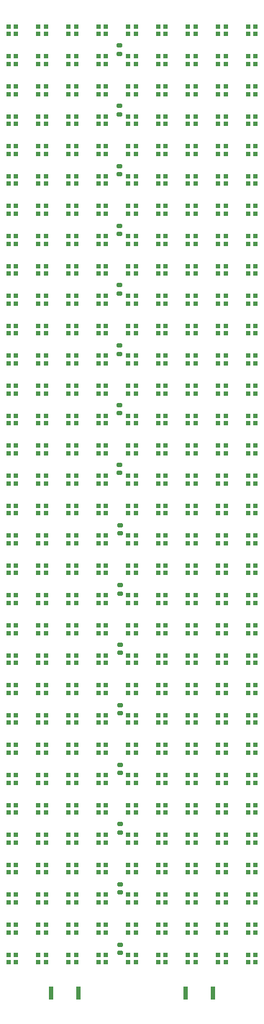
<source format=gbr>
G04 #@! TF.GenerationSoftware,KiCad,Pcbnew,7.0.7*
G04 #@! TF.CreationDate,2023-08-29T23:24:06-04:00*
G04 #@! TF.ProjectId,MicrocontrollerInputModule,4d696372-6f63-46f6-9e74-726f6c6c6572,V2*
G04 #@! TF.SameCoordinates,Original*
G04 #@! TF.FileFunction,Paste,Top*
G04 #@! TF.FilePolarity,Positive*
%FSLAX46Y46*%
G04 Gerber Fmt 4.6, Leading zero omitted, Abs format (unit mm)*
G04 Created by KiCad (PCBNEW 7.0.7) date 2023-08-29 23:24:06*
%MOMM*%
%LPD*%
G01*
G04 APERTURE LIST*
G04 Aperture macros list*
%AMRoundRect*
0 Rectangle with rounded corners*
0 $1 Rounding radius*
0 $2 $3 $4 $5 $6 $7 $8 $9 X,Y pos of 4 corners*
0 Add a 4 corners polygon primitive as box body*
4,1,4,$2,$3,$4,$5,$6,$7,$8,$9,$2,$3,0*
0 Add four circle primitives for the rounded corners*
1,1,$1+$1,$2,$3*
1,1,$1+$1,$4,$5*
1,1,$1+$1,$6,$7*
1,1,$1+$1,$8,$9*
0 Add four rect primitives between the rounded corners*
20,1,$1+$1,$2,$3,$4,$5,0*
20,1,$1+$1,$4,$5,$6,$7,0*
20,1,$1+$1,$6,$7,$8,$9,0*
20,1,$1+$1,$8,$9,$2,$3,0*%
G04 Aperture macros list end*
%ADD10R,0.500000X0.500000*%
%ADD11RoundRect,0.140000X-0.170000X0.140000X-0.170000X-0.140000X0.170000X-0.140000X0.170000X0.140000X0*%
%ADD12R,0.550000X1.500000*%
G04 APERTURE END LIST*
D10*
X77934000Y-153687500D03*
X77934000Y-152787500D03*
X77034000Y-152787500D03*
X77034000Y-153687500D03*
X67365000Y-132549500D03*
X67365000Y-131649500D03*
X66465000Y-131649500D03*
X66465000Y-132549500D03*
X81457000Y-90273500D03*
X81457000Y-89373500D03*
X80557000Y-89373500D03*
X80557000Y-90273500D03*
X74411000Y-69135500D03*
X74411000Y-68235500D03*
X73511000Y-68235500D03*
X73511000Y-69135500D03*
X60319000Y-153687500D03*
X60319000Y-152787500D03*
X59419000Y-152787500D03*
X59419000Y-153687500D03*
X53273000Y-136072500D03*
X53273000Y-135172500D03*
X52373000Y-135172500D03*
X52373000Y-136072500D03*
X70888000Y-104365500D03*
X70888000Y-103465500D03*
X69988000Y-103465500D03*
X69988000Y-104365500D03*
X63842000Y-97319500D03*
X63842000Y-96419500D03*
X62942000Y-96419500D03*
X62942000Y-97319500D03*
X67365000Y-107888500D03*
X67365000Y-106988500D03*
X66465000Y-106988500D03*
X66465000Y-107888500D03*
X81457000Y-93796500D03*
X81457000Y-92896500D03*
X80557000Y-92896500D03*
X80557000Y-93796500D03*
X67365000Y-111411500D03*
X67365000Y-110511500D03*
X66465000Y-110511500D03*
X66465000Y-111411500D03*
X60319000Y-76181500D03*
X60319000Y-75281500D03*
X59419000Y-75281500D03*
X59419000Y-76181500D03*
X81457000Y-121980500D03*
X81457000Y-121080500D03*
X80557000Y-121080500D03*
X80557000Y-121980500D03*
X60319000Y-114934500D03*
X60319000Y-114034500D03*
X59419000Y-114034500D03*
X59419000Y-114934500D03*
X56796000Y-114934500D03*
X56796000Y-114034500D03*
X55896000Y-114034500D03*
X55896000Y-114934500D03*
D11*
X65400000Y-77600000D03*
X65400000Y-78560000D03*
X65400000Y-56400000D03*
X65400000Y-57360000D03*
D10*
X70888000Y-146641500D03*
X70888000Y-145741500D03*
X69988000Y-145741500D03*
X69988000Y-146641500D03*
X67365000Y-100842500D03*
X67365000Y-99942500D03*
X66465000Y-99942500D03*
X66465000Y-100842500D03*
X77934000Y-160733500D03*
X77934000Y-159833500D03*
X77034000Y-159833500D03*
X77034000Y-160733500D03*
X81457000Y-143118500D03*
X81457000Y-142218500D03*
X80557000Y-142218500D03*
X80557000Y-143118500D03*
X53273000Y-164256500D03*
X53273000Y-163356500D03*
X52373000Y-163356500D03*
X52373000Y-164256500D03*
X56796000Y-76181500D03*
X56796000Y-75281500D03*
X55896000Y-75281500D03*
X55896000Y-76181500D03*
X67365000Y-143118500D03*
X67365000Y-142218500D03*
X66465000Y-142218500D03*
X66465000Y-143118500D03*
X77934000Y-136072500D03*
X77934000Y-135172500D03*
X77034000Y-135172500D03*
X77034000Y-136072500D03*
X67365000Y-146641500D03*
X67365000Y-145741500D03*
X66465000Y-145741500D03*
X66465000Y-146641500D03*
X70888000Y-107888500D03*
X70888000Y-106988500D03*
X69988000Y-106988500D03*
X69988000Y-107888500D03*
X60319000Y-97319500D03*
X60319000Y-96419500D03*
X59419000Y-96419500D03*
X59419000Y-97319500D03*
X81457000Y-164256500D03*
X81457000Y-163356500D03*
X80557000Y-163356500D03*
X80557000Y-164256500D03*
X70888000Y-69135500D03*
X70888000Y-68235500D03*
X69988000Y-68235500D03*
X69988000Y-69135500D03*
X56796000Y-111411500D03*
X56796000Y-110511500D03*
X55896000Y-110511500D03*
X55896000Y-111411500D03*
X63842000Y-139595500D03*
X63842000Y-138695500D03*
X62942000Y-138695500D03*
X62942000Y-139595500D03*
X77934000Y-65612500D03*
X77934000Y-64712500D03*
X77034000Y-64712500D03*
X77034000Y-65612500D03*
X70888000Y-132549500D03*
X70888000Y-131649500D03*
X69988000Y-131649500D03*
X69988000Y-132549500D03*
X56796000Y-93796500D03*
X56796000Y-92896500D03*
X55896000Y-92896500D03*
X55896000Y-93796500D03*
X74411000Y-86750500D03*
X74411000Y-85850500D03*
X73511000Y-85850500D03*
X73511000Y-86750500D03*
X63842000Y-164256500D03*
X63842000Y-163356500D03*
X62942000Y-163356500D03*
X62942000Y-164256500D03*
X60319000Y-100842500D03*
X60319000Y-99942500D03*
X59419000Y-99942500D03*
X59419000Y-100842500D03*
X63842000Y-160733500D03*
X63842000Y-159833500D03*
X62942000Y-159833500D03*
X62942000Y-160733500D03*
X60319000Y-164256500D03*
X60319000Y-163356500D03*
X59419000Y-163356500D03*
X59419000Y-164256500D03*
X53273000Y-86750500D03*
X53273000Y-85850500D03*
X52373000Y-85850500D03*
X52373000Y-86750500D03*
X74411000Y-150164500D03*
X74411000Y-149264500D03*
X73511000Y-149264500D03*
X73511000Y-150164500D03*
X74411000Y-114934500D03*
X74411000Y-114034500D03*
X73511000Y-114034500D03*
X73511000Y-114934500D03*
X56796000Y-65612500D03*
X56796000Y-64712500D03*
X55896000Y-64712500D03*
X55896000Y-65612500D03*
X70888000Y-153687500D03*
X70888000Y-152787500D03*
X69988000Y-152787500D03*
X69988000Y-153687500D03*
X81457000Y-79704500D03*
X81457000Y-78804500D03*
X80557000Y-78804500D03*
X80557000Y-79704500D03*
X67365000Y-139595500D03*
X67365000Y-138695500D03*
X66465000Y-138695500D03*
X66465000Y-139595500D03*
X56796000Y-107888500D03*
X56796000Y-106988500D03*
X55896000Y-106988500D03*
X55896000Y-107888500D03*
X63842000Y-114934500D03*
X63842000Y-114034500D03*
X62942000Y-114034500D03*
X62942000Y-114934500D03*
X56796000Y-100842500D03*
X56796000Y-99942500D03*
X55896000Y-99942500D03*
X55896000Y-100842500D03*
X60319000Y-55043500D03*
X60319000Y-54143500D03*
X59419000Y-54143500D03*
X59419000Y-55043500D03*
X77934000Y-139595500D03*
X77934000Y-138695500D03*
X77034000Y-138695500D03*
X77034000Y-139595500D03*
X60319000Y-93796500D03*
X60319000Y-92896500D03*
X59419000Y-92896500D03*
X59419000Y-93796500D03*
X53273000Y-107888500D03*
X53273000Y-106988500D03*
X52373000Y-106988500D03*
X52373000Y-107888500D03*
X56796000Y-136072500D03*
X56796000Y-135172500D03*
X55896000Y-135172500D03*
X55896000Y-136072500D03*
X67365000Y-83227500D03*
X67365000Y-82327500D03*
X66465000Y-82327500D03*
X66465000Y-83227500D03*
X70888000Y-121980500D03*
X70888000Y-121080500D03*
X69988000Y-121080500D03*
X69988000Y-121980500D03*
X67365000Y-150164500D03*
X67365000Y-149264500D03*
X66465000Y-149264500D03*
X66465000Y-150164500D03*
X60319000Y-104365500D03*
X60319000Y-103465500D03*
X59419000Y-103465500D03*
X59419000Y-104365500D03*
X81457000Y-97319500D03*
X81457000Y-96419500D03*
X80557000Y-96419500D03*
X80557000Y-97319500D03*
X67365000Y-55043500D03*
X67365000Y-54143500D03*
X66465000Y-54143500D03*
X66465000Y-55043500D03*
X53273000Y-129026500D03*
X53273000Y-128126500D03*
X52373000Y-128126500D03*
X52373000Y-129026500D03*
X81457000Y-86750500D03*
X81457000Y-85850500D03*
X80557000Y-85850500D03*
X80557000Y-86750500D03*
X53273000Y-146641500D03*
X53273000Y-145741500D03*
X52373000Y-145741500D03*
X52373000Y-146641500D03*
X81457000Y-111411500D03*
X81457000Y-110511500D03*
X80557000Y-110511500D03*
X80557000Y-111411500D03*
X56796000Y-104365500D03*
X56796000Y-103465500D03*
X55896000Y-103465500D03*
X55896000Y-104365500D03*
X63842000Y-107888500D03*
X63842000Y-106988500D03*
X62942000Y-106988500D03*
X62942000Y-107888500D03*
X74411000Y-125503500D03*
X74411000Y-124603500D03*
X73511000Y-124603500D03*
X73511000Y-125503500D03*
X77934000Y-164256500D03*
X77934000Y-163356500D03*
X77034000Y-163356500D03*
X77034000Y-164256500D03*
X53273000Y-93796500D03*
X53273000Y-92896500D03*
X52373000Y-92896500D03*
X52373000Y-93796500D03*
X60319000Y-132549500D03*
X60319000Y-131649500D03*
X59419000Y-131649500D03*
X59419000Y-132549500D03*
X67365000Y-90273500D03*
X67365000Y-89373500D03*
X66465000Y-89373500D03*
X66465000Y-90273500D03*
X70888000Y-157210500D03*
X70888000Y-156310500D03*
X69988000Y-156310500D03*
X69988000Y-157210500D03*
X53273000Y-121980500D03*
X53273000Y-121080500D03*
X52373000Y-121080500D03*
X52373000Y-121980500D03*
X67365000Y-62089500D03*
X67365000Y-61189500D03*
X66465000Y-61189500D03*
X66465000Y-62089500D03*
X81457000Y-83227500D03*
X81457000Y-82327500D03*
X80557000Y-82327500D03*
X80557000Y-83227500D03*
X56796000Y-90273500D03*
X56796000Y-89373500D03*
X55896000Y-89373500D03*
X55896000Y-90273500D03*
X70888000Y-143118500D03*
X70888000Y-142218500D03*
X69988000Y-142218500D03*
X69988000Y-143118500D03*
X67365000Y-72658500D03*
X67365000Y-71758500D03*
X66465000Y-71758500D03*
X66465000Y-72658500D03*
X74411000Y-79704500D03*
X74411000Y-78804500D03*
X73511000Y-78804500D03*
X73511000Y-79704500D03*
X67365000Y-65612500D03*
X67365000Y-64712500D03*
X66465000Y-64712500D03*
X66465000Y-65612500D03*
X63842000Y-93796500D03*
X63842000Y-92896500D03*
X62942000Y-92896500D03*
X62942000Y-93796500D03*
X63842000Y-125503500D03*
X63842000Y-124603500D03*
X62942000Y-124603500D03*
X62942000Y-125503500D03*
X53273000Y-58566500D03*
X53273000Y-57666500D03*
X52373000Y-57666500D03*
X52373000Y-58566500D03*
X56796000Y-86750500D03*
X56796000Y-85850500D03*
X55896000Y-85850500D03*
X55896000Y-86750500D03*
X56796000Y-129026500D03*
X56796000Y-128126500D03*
X55896000Y-128126500D03*
X55896000Y-129026500D03*
X77934000Y-143118500D03*
X77934000Y-142218500D03*
X77034000Y-142218500D03*
X77034000Y-143118500D03*
X63842000Y-86750500D03*
X63842000Y-85850500D03*
X62942000Y-85850500D03*
X62942000Y-86750500D03*
X60319000Y-157210500D03*
X60319000Y-156310500D03*
X59419000Y-156310500D03*
X59419000Y-157210500D03*
X81457000Y-132549500D03*
X81457000Y-131649500D03*
X80557000Y-131649500D03*
X80557000Y-132549500D03*
X81457000Y-72658500D03*
X81457000Y-71758500D03*
X80557000Y-71758500D03*
X80557000Y-72658500D03*
X63842000Y-111411500D03*
X63842000Y-110511500D03*
X62942000Y-110511500D03*
X62942000Y-111411500D03*
X60319000Y-107888500D03*
X60319000Y-106988500D03*
X59419000Y-106988500D03*
X59419000Y-107888500D03*
X63842000Y-143118500D03*
X63842000Y-142218500D03*
X62942000Y-142218500D03*
X62942000Y-143118500D03*
X70888000Y-118457500D03*
X70888000Y-117557500D03*
X69988000Y-117557500D03*
X69988000Y-118457500D03*
X70888000Y-90273500D03*
X70888000Y-89373500D03*
X69988000Y-89373500D03*
X69988000Y-90273500D03*
X56796000Y-143118500D03*
X56796000Y-142218500D03*
X55896000Y-142218500D03*
X55896000Y-143118500D03*
X70888000Y-150164500D03*
X70888000Y-149264500D03*
X69988000Y-149264500D03*
X69988000Y-150164500D03*
D11*
X65400000Y-84600000D03*
X65400000Y-85560000D03*
D10*
X53273000Y-160733500D03*
X53273000Y-159833500D03*
X52373000Y-159833500D03*
X52373000Y-160733500D03*
X67365000Y-86750500D03*
X67365000Y-85850500D03*
X66465000Y-85850500D03*
X66465000Y-86750500D03*
X74411000Y-121980500D03*
X74411000Y-121080500D03*
X73511000Y-121080500D03*
X73511000Y-121980500D03*
X60319000Y-139595500D03*
X60319000Y-138695500D03*
X59419000Y-138695500D03*
X59419000Y-139595500D03*
X67365000Y-69135500D03*
X67365000Y-68235500D03*
X66465000Y-68235500D03*
X66465000Y-69135500D03*
X56796000Y-146641500D03*
X56796000Y-145741500D03*
X55896000Y-145741500D03*
X55896000Y-146641500D03*
X63842000Y-58566500D03*
X63842000Y-57666500D03*
X62942000Y-57666500D03*
X62942000Y-58566500D03*
X67365000Y-118457500D03*
X67365000Y-117557500D03*
X66465000Y-117557500D03*
X66465000Y-118457500D03*
X56796000Y-139595500D03*
X56796000Y-138695500D03*
X55896000Y-138695500D03*
X55896000Y-139595500D03*
X74411000Y-118457500D03*
X74411000Y-117557500D03*
X73511000Y-117557500D03*
X73511000Y-118457500D03*
X60319000Y-150164500D03*
X60319000Y-149264500D03*
X59419000Y-149264500D03*
X59419000Y-150164500D03*
X81457000Y-118457500D03*
X81457000Y-117557500D03*
X80557000Y-117557500D03*
X80557000Y-118457500D03*
X70888000Y-55043500D03*
X70888000Y-54143500D03*
X69988000Y-54143500D03*
X69988000Y-55043500D03*
X70888000Y-160733500D03*
X70888000Y-159833500D03*
X69988000Y-159833500D03*
X69988000Y-160733500D03*
X67365000Y-125503500D03*
X67365000Y-124603500D03*
X66465000Y-124603500D03*
X66465000Y-125503500D03*
X56796000Y-118457500D03*
X56796000Y-117557500D03*
X55896000Y-117557500D03*
X55896000Y-118457500D03*
X81457000Y-157210500D03*
X81457000Y-156310500D03*
X80557000Y-156310500D03*
X80557000Y-157210500D03*
X74411000Y-111411500D03*
X74411000Y-110511500D03*
X73511000Y-110511500D03*
X73511000Y-111411500D03*
X70888000Y-164256500D03*
X70888000Y-163356500D03*
X69988000Y-163356500D03*
X69988000Y-164256500D03*
X74411000Y-139595500D03*
X74411000Y-138695500D03*
X73511000Y-138695500D03*
X73511000Y-139595500D03*
X53273000Y-157210500D03*
X53273000Y-156310500D03*
X52373000Y-156310500D03*
X52373000Y-157210500D03*
X70888000Y-65612500D03*
X70888000Y-64712500D03*
X69988000Y-64712500D03*
X69988000Y-65612500D03*
X53273000Y-72658500D03*
X53273000Y-71758500D03*
X52373000Y-71758500D03*
X52373000Y-72658500D03*
X74411000Y-58566500D03*
X74411000Y-57666500D03*
X73511000Y-57666500D03*
X73511000Y-58566500D03*
X60319000Y-118457500D03*
X60319000Y-117557500D03*
X59419000Y-117557500D03*
X59419000Y-118457500D03*
X77934000Y-129026500D03*
X77934000Y-128126500D03*
X77034000Y-128126500D03*
X77034000Y-129026500D03*
X70888000Y-114934500D03*
X70888000Y-114034500D03*
X69988000Y-114034500D03*
X69988000Y-114934500D03*
X70888000Y-62089500D03*
X70888000Y-61189500D03*
X69988000Y-61189500D03*
X69988000Y-62089500D03*
X74411000Y-107888500D03*
X74411000Y-106988500D03*
X73511000Y-106988500D03*
X73511000Y-107888500D03*
X56796000Y-79704500D03*
X56796000Y-78804500D03*
X55896000Y-78804500D03*
X55896000Y-79704500D03*
X77934000Y-132549500D03*
X77934000Y-131649500D03*
X77034000Y-131649500D03*
X77034000Y-132549500D03*
X81457000Y-139595500D03*
X81457000Y-138695500D03*
X80557000Y-138695500D03*
X80557000Y-139595500D03*
X70888000Y-97319500D03*
X70888000Y-96419500D03*
X69988000Y-96419500D03*
X69988000Y-97319500D03*
X77934000Y-72658500D03*
X77934000Y-71758500D03*
X77034000Y-71758500D03*
X77034000Y-72658500D03*
X60319000Y-79704500D03*
X60319000Y-78804500D03*
X59419000Y-78804500D03*
X59419000Y-79704500D03*
X56796000Y-160733500D03*
X56796000Y-159833500D03*
X55896000Y-159833500D03*
X55896000Y-160733500D03*
D12*
X73195000Y-167894000D03*
X76445000Y-167894000D03*
D10*
X60319000Y-65612500D03*
X60319000Y-64712500D03*
X59419000Y-64712500D03*
X59419000Y-65612500D03*
X60319000Y-121980500D03*
X60319000Y-121080500D03*
X59419000Y-121080500D03*
X59419000Y-121980500D03*
X74411000Y-104365500D03*
X74411000Y-103465500D03*
X73511000Y-103465500D03*
X73511000Y-104365500D03*
X60319000Y-90273500D03*
X60319000Y-89373500D03*
X59419000Y-89373500D03*
X59419000Y-90273500D03*
X77934000Y-104365500D03*
X77934000Y-103465500D03*
X77034000Y-103465500D03*
X77034000Y-104365500D03*
X74411000Y-143118500D03*
X74411000Y-142218500D03*
X73511000Y-142218500D03*
X73511000Y-143118500D03*
X63842000Y-62089500D03*
X63842000Y-61189500D03*
X62942000Y-61189500D03*
X62942000Y-62089500D03*
X67365000Y-157210500D03*
X67365000Y-156310500D03*
X66465000Y-156310500D03*
X66465000Y-157210500D03*
X70888000Y-93796500D03*
X70888000Y-92896500D03*
X69988000Y-92896500D03*
X69988000Y-93796500D03*
X74411000Y-100842500D03*
X74411000Y-99942500D03*
X73511000Y-99942500D03*
X73511000Y-100842500D03*
X63842000Y-104365500D03*
X63842000Y-103465500D03*
X62942000Y-103465500D03*
X62942000Y-104365500D03*
X60319000Y-136072500D03*
X60319000Y-135172500D03*
X59419000Y-135172500D03*
X59419000Y-136072500D03*
X77934000Y-58566500D03*
X77934000Y-57666500D03*
X77034000Y-57666500D03*
X77034000Y-58566500D03*
X77934000Y-97319500D03*
X77934000Y-96419500D03*
X77034000Y-96419500D03*
X77034000Y-97319500D03*
X77934000Y-157210500D03*
X77934000Y-156310500D03*
X77034000Y-156310500D03*
X77034000Y-157210500D03*
X63842000Y-129026500D03*
X63842000Y-128126500D03*
X62942000Y-128126500D03*
X62942000Y-129026500D03*
X67365000Y-153687500D03*
X67365000Y-152787500D03*
X66465000Y-152787500D03*
X66465000Y-153687500D03*
X56796000Y-58566500D03*
X56796000Y-57666500D03*
X55896000Y-57666500D03*
X55896000Y-58566500D03*
X53273000Y-76181500D03*
X53273000Y-75281500D03*
X52373000Y-75281500D03*
X52373000Y-76181500D03*
X81457000Y-125503500D03*
X81457000Y-124603500D03*
X80557000Y-124603500D03*
X80557000Y-125503500D03*
X74411000Y-83227500D03*
X74411000Y-82327500D03*
X73511000Y-82327500D03*
X73511000Y-83227500D03*
X53273000Y-55043500D03*
X53273000Y-54143500D03*
X52373000Y-54143500D03*
X52373000Y-55043500D03*
X60319000Y-69135500D03*
X60319000Y-68235500D03*
X59419000Y-68235500D03*
X59419000Y-69135500D03*
X81457000Y-69135500D03*
X81457000Y-68235500D03*
X80557000Y-68235500D03*
X80557000Y-69135500D03*
X63842000Y-153687500D03*
X63842000Y-152787500D03*
X62942000Y-152787500D03*
X62942000Y-153687500D03*
X77934000Y-86750500D03*
X77934000Y-85850500D03*
X77034000Y-85850500D03*
X77034000Y-86750500D03*
X60319000Y-146641500D03*
X60319000Y-145741500D03*
X59419000Y-145741500D03*
X59419000Y-146641500D03*
X67365000Y-79704500D03*
X67365000Y-78804500D03*
X66465000Y-78804500D03*
X66465000Y-79704500D03*
X60319000Y-86750500D03*
X60319000Y-85850500D03*
X59419000Y-85850500D03*
X59419000Y-86750500D03*
X81457000Y-65612500D03*
X81457000Y-64712500D03*
X80557000Y-64712500D03*
X80557000Y-65612500D03*
X81457000Y-76181500D03*
X81457000Y-75281500D03*
X80557000Y-75281500D03*
X80557000Y-76181500D03*
X70888000Y-136072500D03*
X70888000Y-135172500D03*
X69988000Y-135172500D03*
X69988000Y-136072500D03*
X67365000Y-97319500D03*
X67365000Y-96419500D03*
X66465000Y-96419500D03*
X66465000Y-97319500D03*
X81457000Y-114934500D03*
X81457000Y-114034500D03*
X80557000Y-114034500D03*
X80557000Y-114934500D03*
X63842000Y-121980500D03*
X63842000Y-121080500D03*
X62942000Y-121080500D03*
X62942000Y-121980500D03*
X63842000Y-146641500D03*
X63842000Y-145741500D03*
X62942000Y-145741500D03*
X62942000Y-146641500D03*
X74411000Y-132549500D03*
X74411000Y-131649500D03*
X73511000Y-131649500D03*
X73511000Y-132549500D03*
X70888000Y-79704500D03*
X70888000Y-78804500D03*
X69988000Y-78804500D03*
X69988000Y-79704500D03*
X74411000Y-65612500D03*
X74411000Y-64712500D03*
X73511000Y-64712500D03*
X73511000Y-65612500D03*
X53273000Y-125503500D03*
X53273000Y-124603500D03*
X52373000Y-124603500D03*
X52373000Y-125503500D03*
D11*
X65500000Y-126900000D03*
X65500000Y-127860000D03*
D10*
X53273000Y-111411500D03*
X53273000Y-110511500D03*
X52373000Y-110511500D03*
X52373000Y-111411500D03*
X53273000Y-90273500D03*
X53273000Y-89373500D03*
X52373000Y-89373500D03*
X52373000Y-90273500D03*
X74411000Y-136072500D03*
X74411000Y-135172500D03*
X73511000Y-135172500D03*
X73511000Y-136072500D03*
X74411000Y-146641500D03*
X74411000Y-145741500D03*
X73511000Y-145741500D03*
X73511000Y-146641500D03*
X81457000Y-160733500D03*
X81457000Y-159833500D03*
X80557000Y-159833500D03*
X80557000Y-160733500D03*
X77934000Y-150164500D03*
X77934000Y-149264500D03*
X77034000Y-149264500D03*
X77034000Y-150164500D03*
D11*
X65500000Y-155100000D03*
X65500000Y-156060000D03*
D10*
X77934000Y-107888500D03*
X77934000Y-106988500D03*
X77034000Y-106988500D03*
X77034000Y-107888500D03*
D11*
X65500000Y-148000000D03*
X65500000Y-148960000D03*
D10*
X56796000Y-72658500D03*
X56796000Y-71758500D03*
X55896000Y-71758500D03*
X55896000Y-72658500D03*
X77934000Y-79704500D03*
X77934000Y-78804500D03*
X77034000Y-78804500D03*
X77034000Y-79704500D03*
X53273000Y-143118500D03*
X53273000Y-142218500D03*
X52373000Y-142218500D03*
X52373000Y-143118500D03*
X77934000Y-62089500D03*
X77934000Y-61189500D03*
X77034000Y-61189500D03*
X77034000Y-62089500D03*
X63842000Y-76181500D03*
X63842000Y-75281500D03*
X62942000Y-75281500D03*
X62942000Y-76181500D03*
X56796000Y-150164500D03*
X56796000Y-149264500D03*
X55896000Y-149264500D03*
X55896000Y-150164500D03*
X53273000Y-150164500D03*
X53273000Y-149264500D03*
X52373000Y-149264500D03*
X52373000Y-150164500D03*
D11*
X65400000Y-98700000D03*
X65400000Y-99660000D03*
D10*
X56796000Y-132549500D03*
X56796000Y-131649500D03*
X55896000Y-131649500D03*
X55896000Y-132549500D03*
X74411000Y-97319500D03*
X74411000Y-96419500D03*
X73511000Y-96419500D03*
X73511000Y-97319500D03*
X74411000Y-62089500D03*
X74411000Y-61189500D03*
X73511000Y-61189500D03*
X73511000Y-62089500D03*
X63842000Y-69135500D03*
X63842000Y-68235500D03*
X62942000Y-68235500D03*
X62942000Y-69135500D03*
X67365000Y-136072500D03*
X67365000Y-135172500D03*
X66465000Y-135172500D03*
X66465000Y-136072500D03*
X63842000Y-55043500D03*
X63842000Y-54143500D03*
X62942000Y-54143500D03*
X62942000Y-55043500D03*
D11*
X65400000Y-91700000D03*
X65400000Y-92660000D03*
D10*
X70888000Y-129026500D03*
X70888000Y-128126500D03*
X69988000Y-128126500D03*
X69988000Y-129026500D03*
X77934000Y-93796500D03*
X77934000Y-92896500D03*
X77034000Y-92896500D03*
X77034000Y-93796500D03*
X60319000Y-83227500D03*
X60319000Y-82327500D03*
X59419000Y-82327500D03*
X59419000Y-83227500D03*
X60319000Y-111411500D03*
X60319000Y-110511500D03*
X59419000Y-110511500D03*
X59419000Y-111411500D03*
X60319000Y-129026500D03*
X60319000Y-128126500D03*
X59419000Y-128126500D03*
X59419000Y-129026500D03*
X67365000Y-160733500D03*
X67365000Y-159833500D03*
X66465000Y-159833500D03*
X66465000Y-160733500D03*
X77934000Y-125503500D03*
X77934000Y-124603500D03*
X77034000Y-124603500D03*
X77034000Y-125503500D03*
X67365000Y-58566500D03*
X67365000Y-57666500D03*
X66465000Y-57666500D03*
X66465000Y-58566500D03*
X53273000Y-97319500D03*
X53273000Y-96419500D03*
X52373000Y-96419500D03*
X52373000Y-97319500D03*
X74411000Y-153687500D03*
X74411000Y-152787500D03*
X73511000Y-152787500D03*
X73511000Y-153687500D03*
X70888000Y-76181500D03*
X70888000Y-75281500D03*
X69988000Y-75281500D03*
X69988000Y-76181500D03*
X63842000Y-90273500D03*
X63842000Y-89373500D03*
X62942000Y-89373500D03*
X62942000Y-90273500D03*
X53273000Y-104365500D03*
X53273000Y-103465500D03*
X52373000Y-103465500D03*
X52373000Y-104365500D03*
X74411000Y-90273500D03*
X74411000Y-89373500D03*
X73511000Y-89373500D03*
X73511000Y-90273500D03*
X63842000Y-118457500D03*
X63842000Y-117557500D03*
X62942000Y-117557500D03*
X62942000Y-118457500D03*
X56796000Y-153687500D03*
X56796000Y-152787500D03*
X55896000Y-152787500D03*
X55896000Y-153687500D03*
D11*
X65500000Y-134000000D03*
X65500000Y-134960000D03*
D10*
X63842000Y-100842500D03*
X63842000Y-99942500D03*
X62942000Y-99942500D03*
X62942000Y-100842500D03*
X74411000Y-76181500D03*
X74411000Y-75281500D03*
X73511000Y-75281500D03*
X73511000Y-76181500D03*
X81457000Y-104365500D03*
X81457000Y-103465500D03*
X80557000Y-103465500D03*
X80557000Y-104365500D03*
X53273000Y-65612500D03*
X53273000Y-64712500D03*
X52373000Y-64712500D03*
X52373000Y-65612500D03*
X77934000Y-111411500D03*
X77934000Y-110511500D03*
X77034000Y-110511500D03*
X77034000Y-111411500D03*
X56796000Y-62089500D03*
X56796000Y-61189500D03*
X55896000Y-61189500D03*
X55896000Y-62089500D03*
X77934000Y-69135500D03*
X77934000Y-68235500D03*
X77034000Y-68235500D03*
X77034000Y-69135500D03*
X67365000Y-164256500D03*
X67365000Y-163356500D03*
X66465000Y-163356500D03*
X66465000Y-164256500D03*
X81457000Y-107888500D03*
X81457000Y-106988500D03*
X80557000Y-106988500D03*
X80557000Y-107888500D03*
X60319000Y-160733500D03*
X60319000Y-159833500D03*
X59419000Y-159833500D03*
X59419000Y-160733500D03*
X81457000Y-62089500D03*
X81457000Y-61189500D03*
X80557000Y-61189500D03*
X80557000Y-62089500D03*
X53273000Y-79704500D03*
X53273000Y-78804500D03*
X52373000Y-78804500D03*
X52373000Y-79704500D03*
X56796000Y-164256500D03*
X56796000Y-163356500D03*
X55896000Y-163356500D03*
X55896000Y-164256500D03*
X77934000Y-121980500D03*
X77934000Y-121080500D03*
X77034000Y-121080500D03*
X77034000Y-121980500D03*
X70888000Y-100842500D03*
X70888000Y-99942500D03*
X69988000Y-99942500D03*
X69988000Y-100842500D03*
X77934000Y-76181500D03*
X77934000Y-75281500D03*
X77034000Y-75281500D03*
X77034000Y-76181500D03*
X77934000Y-114934500D03*
X77934000Y-114034500D03*
X77034000Y-114034500D03*
X77034000Y-114934500D03*
X53273000Y-132549500D03*
X53273000Y-131649500D03*
X52373000Y-131649500D03*
X52373000Y-132549500D03*
X63842000Y-136072500D03*
X63842000Y-135172500D03*
X62942000Y-135172500D03*
X62942000Y-136072500D03*
X67365000Y-104365500D03*
X67365000Y-103465500D03*
X66465000Y-103465500D03*
X66465000Y-104365500D03*
X81457000Y-100842500D03*
X81457000Y-99942500D03*
X80557000Y-99942500D03*
X80557000Y-100842500D03*
X67365000Y-114934500D03*
X67365000Y-114034500D03*
X66465000Y-114034500D03*
X66465000Y-114934500D03*
X63842000Y-150164500D03*
X63842000Y-149264500D03*
X62942000Y-149264500D03*
X62942000Y-150164500D03*
X53273000Y-153687500D03*
X53273000Y-152787500D03*
X52373000Y-152787500D03*
X52373000Y-153687500D03*
X56796000Y-157210500D03*
X56796000Y-156310500D03*
X55896000Y-156310500D03*
X55896000Y-157210500D03*
X63842000Y-132549500D03*
X63842000Y-131649500D03*
X62942000Y-131649500D03*
X62942000Y-132549500D03*
X77934000Y-90273500D03*
X77934000Y-89373500D03*
X77034000Y-89373500D03*
X77034000Y-90273500D03*
X53273000Y-118457500D03*
X53273000Y-117557500D03*
X52373000Y-117557500D03*
X52373000Y-118457500D03*
X81457000Y-55043500D03*
X81457000Y-54143500D03*
X80557000Y-54143500D03*
X80557000Y-55043500D03*
X77934000Y-118457500D03*
X77934000Y-117557500D03*
X77034000Y-117557500D03*
X77034000Y-118457500D03*
X70888000Y-125503500D03*
X70888000Y-124603500D03*
X69988000Y-124603500D03*
X69988000Y-125503500D03*
X77934000Y-55043500D03*
X77934000Y-54143500D03*
X77034000Y-54143500D03*
X77034000Y-55043500D03*
X63842000Y-65612500D03*
X63842000Y-64712500D03*
X62942000Y-64712500D03*
X62942000Y-65612500D03*
X63842000Y-83227500D03*
X63842000Y-82327500D03*
X62942000Y-82327500D03*
X62942000Y-83227500D03*
X70888000Y-83227500D03*
X70888000Y-82327500D03*
X69988000Y-82327500D03*
X69988000Y-83227500D03*
X81457000Y-58566500D03*
X81457000Y-57666500D03*
X80557000Y-57666500D03*
X80557000Y-58566500D03*
D12*
X60635000Y-167894000D03*
X57385000Y-167894000D03*
D10*
X77934000Y-83227500D03*
X77934000Y-82327500D03*
X77034000Y-82327500D03*
X77034000Y-83227500D03*
X63842000Y-79704500D03*
X63842000Y-78804500D03*
X62942000Y-78804500D03*
X62942000Y-79704500D03*
X74411000Y-129026500D03*
X74411000Y-128126500D03*
X73511000Y-128126500D03*
X73511000Y-129026500D03*
X60319000Y-72658500D03*
X60319000Y-71758500D03*
X59419000Y-71758500D03*
X59419000Y-72658500D03*
D11*
X65400000Y-63500000D03*
X65400000Y-64460000D03*
D10*
X67365000Y-121980500D03*
X67365000Y-121080500D03*
X66465000Y-121080500D03*
X66465000Y-121980500D03*
X74411000Y-93796500D03*
X74411000Y-92896500D03*
X73511000Y-92896500D03*
X73511000Y-93796500D03*
X81457000Y-150164500D03*
X81457000Y-149264500D03*
X80557000Y-149264500D03*
X80557000Y-150164500D03*
X70888000Y-139595500D03*
X70888000Y-138695500D03*
X69988000Y-138695500D03*
X69988000Y-139595500D03*
X56796000Y-121980500D03*
X56796000Y-121080500D03*
X55896000Y-121080500D03*
X55896000Y-121980500D03*
X67365000Y-129026500D03*
X67365000Y-128126500D03*
X66465000Y-128126500D03*
X66465000Y-129026500D03*
X56796000Y-83227500D03*
X56796000Y-82327500D03*
X55896000Y-82327500D03*
X55896000Y-83227500D03*
X63842000Y-72658500D03*
X63842000Y-71758500D03*
X62942000Y-71758500D03*
X62942000Y-72658500D03*
X77934000Y-100842500D03*
X77934000Y-99942500D03*
X77034000Y-99942500D03*
X77034000Y-100842500D03*
X70888000Y-72658500D03*
X70888000Y-71758500D03*
X69988000Y-71758500D03*
X69988000Y-72658500D03*
X53273000Y-114934500D03*
X53273000Y-114034500D03*
X52373000Y-114034500D03*
X52373000Y-114934500D03*
X53273000Y-62089500D03*
X53273000Y-61189500D03*
X52373000Y-61189500D03*
X52373000Y-62089500D03*
X63842000Y-157210500D03*
X63842000Y-156310500D03*
X62942000Y-156310500D03*
X62942000Y-157210500D03*
X53273000Y-83227500D03*
X53273000Y-82327500D03*
X52373000Y-82327500D03*
X52373000Y-83227500D03*
X77934000Y-146641500D03*
X77934000Y-145741500D03*
X77034000Y-145741500D03*
X77034000Y-146641500D03*
X70888000Y-58566500D03*
X70888000Y-57666500D03*
X69988000Y-57666500D03*
X69988000Y-58566500D03*
X67365000Y-76181500D03*
X67365000Y-75281500D03*
X66465000Y-75281500D03*
X66465000Y-76181500D03*
X81457000Y-136072500D03*
X81457000Y-135172500D03*
X80557000Y-135172500D03*
X80557000Y-136072500D03*
D11*
X65500000Y-112800000D03*
X65500000Y-113760000D03*
D10*
X60319000Y-58566500D03*
X60319000Y-57666500D03*
X59419000Y-57666500D03*
X59419000Y-58566500D03*
X70888000Y-86750500D03*
X70888000Y-85850500D03*
X69988000Y-85850500D03*
X69988000Y-86750500D03*
X81457000Y-146641500D03*
X81457000Y-145741500D03*
X80557000Y-145741500D03*
X80557000Y-146641500D03*
D11*
X65400000Y-105700000D03*
X65400000Y-106660000D03*
D10*
X81457000Y-153687500D03*
X81457000Y-152787500D03*
X80557000Y-152787500D03*
X80557000Y-153687500D03*
X56796000Y-69135500D03*
X56796000Y-68235500D03*
X55896000Y-68235500D03*
X55896000Y-69135500D03*
X60319000Y-62089500D03*
X60319000Y-61189500D03*
X59419000Y-61189500D03*
X59419000Y-62089500D03*
X74411000Y-157210500D03*
X74411000Y-156310500D03*
X73511000Y-156310500D03*
X73511000Y-157210500D03*
X53273000Y-139595500D03*
X53273000Y-138695500D03*
X52373000Y-138695500D03*
X52373000Y-139595500D03*
D11*
X65500000Y-141000000D03*
X65500000Y-141960000D03*
X65400000Y-70600000D03*
X65400000Y-71560000D03*
X65500000Y-162200000D03*
X65500000Y-163160000D03*
D10*
X56796000Y-55043500D03*
X56796000Y-54143500D03*
X55896000Y-54143500D03*
X55896000Y-55043500D03*
X74411000Y-72658500D03*
X74411000Y-71758500D03*
X73511000Y-71758500D03*
X73511000Y-72658500D03*
X56796000Y-125503500D03*
X56796000Y-124603500D03*
X55896000Y-124603500D03*
X55896000Y-125503500D03*
X74411000Y-164256500D03*
X74411000Y-163356500D03*
X73511000Y-163356500D03*
X73511000Y-164256500D03*
X67365000Y-93796500D03*
X67365000Y-92896500D03*
X66465000Y-92896500D03*
X66465000Y-93796500D03*
X53273000Y-100842500D03*
X53273000Y-99942500D03*
X52373000Y-99942500D03*
X52373000Y-100842500D03*
X74411000Y-55043500D03*
X74411000Y-54143500D03*
X73511000Y-54143500D03*
X73511000Y-55043500D03*
X60319000Y-125503500D03*
X60319000Y-124603500D03*
X59419000Y-124603500D03*
X59419000Y-125503500D03*
X56796000Y-97319500D03*
X56796000Y-96419500D03*
X55896000Y-96419500D03*
X55896000Y-97319500D03*
X53273000Y-69135500D03*
X53273000Y-68235500D03*
X52373000Y-68235500D03*
X52373000Y-69135500D03*
X70888000Y-111411500D03*
X70888000Y-110511500D03*
X69988000Y-110511500D03*
X69988000Y-111411500D03*
X81457000Y-129026500D03*
X81457000Y-128126500D03*
X80557000Y-128126500D03*
X80557000Y-129026500D03*
X74411000Y-160733500D03*
X74411000Y-159833500D03*
X73511000Y-159833500D03*
X73511000Y-160733500D03*
D11*
X65500000Y-119900000D03*
X65500000Y-120860000D03*
D10*
X60319000Y-143118500D03*
X60319000Y-142218500D03*
X59419000Y-142218500D03*
X59419000Y-143118500D03*
M02*

</source>
